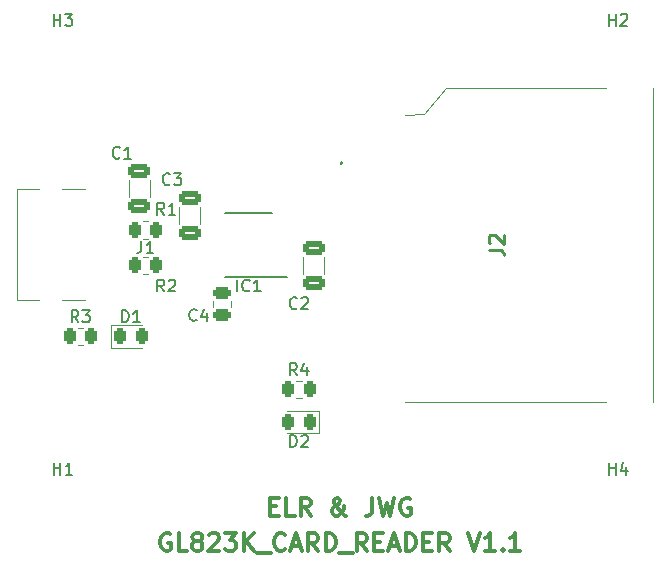
<source format=gto>
%TF.GenerationSoftware,KiCad,Pcbnew,(6.0.5)*%
%TF.CreationDate,2024-08-03T11:57:57+02:00*%
%TF.ProjectId,gl823k_card_reader,676c3832-336b-45f6-9361-72645f726561,rev?*%
%TF.SameCoordinates,Original*%
%TF.FileFunction,Legend,Top*%
%TF.FilePolarity,Positive*%
%FSLAX46Y46*%
G04 Gerber Fmt 4.6, Leading zero omitted, Abs format (unit mm)*
G04 Created by KiCad (PCBNEW (6.0.5)) date 2024-08-03 11:57:57*
%MOMM*%
%LPD*%
G01*
G04 APERTURE LIST*
G04 Aperture macros list*
%AMRoundRect*
0 Rectangle with rounded corners*
0 $1 Rounding radius*
0 $2 $3 $4 $5 $6 $7 $8 $9 X,Y pos of 4 corners*
0 Add a 4 corners polygon primitive as box body*
4,1,4,$2,$3,$4,$5,$6,$7,$8,$9,$2,$3,0*
0 Add four circle primitives for the rounded corners*
1,1,$1+$1,$2,$3*
1,1,$1+$1,$4,$5*
1,1,$1+$1,$6,$7*
1,1,$1+$1,$8,$9*
0 Add four rect primitives between the rounded corners*
20,1,$1+$1,$2,$3,$4,$5,0*
20,1,$1+$1,$4,$5,$6,$7,0*
20,1,$1+$1,$6,$7,$8,$9,0*
20,1,$1+$1,$8,$9,$2,$3,0*%
G04 Aperture macros list end*
%ADD10C,0.300000*%
%ADD11C,0.150000*%
%ADD12C,0.254000*%
%ADD13C,0.120000*%
%ADD14C,0.100000*%
%ADD15C,0.200000*%
%ADD16C,0.650000*%
%ADD17R,1.450000X0.600000*%
%ADD18R,1.450000X0.300000*%
%ADD19O,1.600000X1.000000*%
%ADD20O,2.100000X1.000000*%
%ADD21RoundRect,0.250000X-0.262500X-0.450000X0.262500X-0.450000X0.262500X0.450000X-0.262500X0.450000X0*%
%ADD22C,6.400000*%
%ADD23RoundRect,0.243750X-0.243750X-0.456250X0.243750X-0.456250X0.243750X0.456250X-0.243750X0.456250X0*%
%ADD24C,1.100000*%
%ADD25C,1.600000*%
%ADD26R,1.500000X1.000000*%
%ADD27R,1.500000X0.700000*%
%ADD28R,2.800000X1.500000*%
%ADD29RoundRect,0.243750X0.243750X0.456250X-0.243750X0.456250X-0.243750X-0.456250X0.243750X-0.456250X0*%
%ADD30RoundRect,0.250000X0.650000X-0.325000X0.650000X0.325000X-0.650000X0.325000X-0.650000X-0.325000X0*%
%ADD31R,1.200000X0.400000*%
%ADD32RoundRect,0.250000X-0.475000X0.250000X-0.475000X-0.250000X0.475000X-0.250000X0.475000X0.250000X0*%
%ADD33RoundRect,0.250000X-0.650000X0.325000X-0.650000X-0.325000X0.650000X-0.325000X0.650000X0.325000X0*%
G04 APERTURE END LIST*
D10*
X142571428Y-112642857D02*
X143071428Y-112642857D01*
X143285714Y-113428571D02*
X142571428Y-113428571D01*
X142571428Y-111928571D01*
X143285714Y-111928571D01*
X144642857Y-113428571D02*
X143928571Y-113428571D01*
X143928571Y-111928571D01*
X146000000Y-113428571D02*
X145500000Y-112714285D01*
X145142857Y-113428571D02*
X145142857Y-111928571D01*
X145714285Y-111928571D01*
X145857142Y-112000000D01*
X145928571Y-112071428D01*
X146000000Y-112214285D01*
X146000000Y-112428571D01*
X145928571Y-112571428D01*
X145857142Y-112642857D01*
X145714285Y-112714285D01*
X145142857Y-112714285D01*
X149000000Y-113428571D02*
X148928571Y-113428571D01*
X148785714Y-113357142D01*
X148571428Y-113142857D01*
X148214285Y-112714285D01*
X148071428Y-112500000D01*
X148000000Y-112285714D01*
X148000000Y-112142857D01*
X148071428Y-112000000D01*
X148214285Y-111928571D01*
X148285714Y-111928571D01*
X148428571Y-112000000D01*
X148500000Y-112142857D01*
X148500000Y-112214285D01*
X148428571Y-112357142D01*
X148357142Y-112428571D01*
X147928571Y-112714285D01*
X147857142Y-112785714D01*
X147785714Y-112928571D01*
X147785714Y-113142857D01*
X147857142Y-113285714D01*
X147928571Y-113357142D01*
X148071428Y-113428571D01*
X148285714Y-113428571D01*
X148428571Y-113357142D01*
X148500000Y-113285714D01*
X148714285Y-113000000D01*
X148785714Y-112785714D01*
X148785714Y-112642857D01*
X151214285Y-111928571D02*
X151214285Y-113000000D01*
X151142857Y-113214285D01*
X151000000Y-113357142D01*
X150785714Y-113428571D01*
X150642857Y-113428571D01*
X151785714Y-111928571D02*
X152142857Y-113428571D01*
X152428571Y-112357142D01*
X152714285Y-113428571D01*
X153071428Y-111928571D01*
X154428571Y-112000000D02*
X154285714Y-111928571D01*
X154071428Y-111928571D01*
X153857142Y-112000000D01*
X153714285Y-112142857D01*
X153642857Y-112285714D01*
X153571428Y-112571428D01*
X153571428Y-112785714D01*
X153642857Y-113071428D01*
X153714285Y-113214285D01*
X153857142Y-113357142D01*
X154071428Y-113428571D01*
X154214285Y-113428571D01*
X154428571Y-113357142D01*
X154500000Y-113285714D01*
X154500000Y-112785714D01*
X154214285Y-112785714D01*
X134107142Y-115000000D02*
X133964285Y-114928571D01*
X133750000Y-114928571D01*
X133535714Y-115000000D01*
X133392857Y-115142857D01*
X133321428Y-115285714D01*
X133250000Y-115571428D01*
X133250000Y-115785714D01*
X133321428Y-116071428D01*
X133392857Y-116214285D01*
X133535714Y-116357142D01*
X133750000Y-116428571D01*
X133892857Y-116428571D01*
X134107142Y-116357142D01*
X134178571Y-116285714D01*
X134178571Y-115785714D01*
X133892857Y-115785714D01*
X135535714Y-116428571D02*
X134821428Y-116428571D01*
X134821428Y-114928571D01*
X136250000Y-115571428D02*
X136107142Y-115500000D01*
X136035714Y-115428571D01*
X135964285Y-115285714D01*
X135964285Y-115214285D01*
X136035714Y-115071428D01*
X136107142Y-115000000D01*
X136250000Y-114928571D01*
X136535714Y-114928571D01*
X136678571Y-115000000D01*
X136750000Y-115071428D01*
X136821428Y-115214285D01*
X136821428Y-115285714D01*
X136750000Y-115428571D01*
X136678571Y-115500000D01*
X136535714Y-115571428D01*
X136250000Y-115571428D01*
X136107142Y-115642857D01*
X136035714Y-115714285D01*
X135964285Y-115857142D01*
X135964285Y-116142857D01*
X136035714Y-116285714D01*
X136107142Y-116357142D01*
X136250000Y-116428571D01*
X136535714Y-116428571D01*
X136678571Y-116357142D01*
X136750000Y-116285714D01*
X136821428Y-116142857D01*
X136821428Y-115857142D01*
X136750000Y-115714285D01*
X136678571Y-115642857D01*
X136535714Y-115571428D01*
X137392857Y-115071428D02*
X137464285Y-115000000D01*
X137607142Y-114928571D01*
X137964285Y-114928571D01*
X138107142Y-115000000D01*
X138178571Y-115071428D01*
X138250000Y-115214285D01*
X138250000Y-115357142D01*
X138178571Y-115571428D01*
X137321428Y-116428571D01*
X138250000Y-116428571D01*
X138750000Y-114928571D02*
X139678571Y-114928571D01*
X139178571Y-115500000D01*
X139392857Y-115500000D01*
X139535714Y-115571428D01*
X139607142Y-115642857D01*
X139678571Y-115785714D01*
X139678571Y-116142857D01*
X139607142Y-116285714D01*
X139535714Y-116357142D01*
X139392857Y-116428571D01*
X138964285Y-116428571D01*
X138821428Y-116357142D01*
X138750000Y-116285714D01*
X140321428Y-116428571D02*
X140321428Y-114928571D01*
X141178571Y-116428571D02*
X140535714Y-115571428D01*
X141178571Y-114928571D02*
X140321428Y-115785714D01*
X141464285Y-116571428D02*
X142607142Y-116571428D01*
X143821428Y-116285714D02*
X143750000Y-116357142D01*
X143535714Y-116428571D01*
X143392857Y-116428571D01*
X143178571Y-116357142D01*
X143035714Y-116214285D01*
X142964285Y-116071428D01*
X142892857Y-115785714D01*
X142892857Y-115571428D01*
X142964285Y-115285714D01*
X143035714Y-115142857D01*
X143178571Y-115000000D01*
X143392857Y-114928571D01*
X143535714Y-114928571D01*
X143750000Y-115000000D01*
X143821428Y-115071428D01*
X144392857Y-116000000D02*
X145107142Y-116000000D01*
X144250000Y-116428571D02*
X144750000Y-114928571D01*
X145250000Y-116428571D01*
X146607142Y-116428571D02*
X146107142Y-115714285D01*
X145750000Y-116428571D02*
X145750000Y-114928571D01*
X146321428Y-114928571D01*
X146464285Y-115000000D01*
X146535714Y-115071428D01*
X146607142Y-115214285D01*
X146607142Y-115428571D01*
X146535714Y-115571428D01*
X146464285Y-115642857D01*
X146321428Y-115714285D01*
X145750000Y-115714285D01*
X147250000Y-116428571D02*
X147250000Y-114928571D01*
X147607142Y-114928571D01*
X147821428Y-115000000D01*
X147964285Y-115142857D01*
X148035714Y-115285714D01*
X148107142Y-115571428D01*
X148107142Y-115785714D01*
X148035714Y-116071428D01*
X147964285Y-116214285D01*
X147821428Y-116357142D01*
X147607142Y-116428571D01*
X147250000Y-116428571D01*
X148392857Y-116571428D02*
X149535714Y-116571428D01*
X150750000Y-116428571D02*
X150250000Y-115714285D01*
X149892857Y-116428571D02*
X149892857Y-114928571D01*
X150464285Y-114928571D01*
X150607142Y-115000000D01*
X150678571Y-115071428D01*
X150750000Y-115214285D01*
X150750000Y-115428571D01*
X150678571Y-115571428D01*
X150607142Y-115642857D01*
X150464285Y-115714285D01*
X149892857Y-115714285D01*
X151392857Y-115642857D02*
X151892857Y-115642857D01*
X152107142Y-116428571D02*
X151392857Y-116428571D01*
X151392857Y-114928571D01*
X152107142Y-114928571D01*
X152678571Y-116000000D02*
X153392857Y-116000000D01*
X152535714Y-116428571D02*
X153035714Y-114928571D01*
X153535714Y-116428571D01*
X154035714Y-116428571D02*
X154035714Y-114928571D01*
X154392857Y-114928571D01*
X154607142Y-115000000D01*
X154750000Y-115142857D01*
X154821428Y-115285714D01*
X154892857Y-115571428D01*
X154892857Y-115785714D01*
X154821428Y-116071428D01*
X154750000Y-116214285D01*
X154607142Y-116357142D01*
X154392857Y-116428571D01*
X154035714Y-116428571D01*
X155535714Y-115642857D02*
X156035714Y-115642857D01*
X156250000Y-116428571D02*
X155535714Y-116428571D01*
X155535714Y-114928571D01*
X156250000Y-114928571D01*
X157750000Y-116428571D02*
X157250000Y-115714285D01*
X156892857Y-116428571D02*
X156892857Y-114928571D01*
X157464285Y-114928571D01*
X157607142Y-115000000D01*
X157678571Y-115071428D01*
X157750000Y-115214285D01*
X157750000Y-115428571D01*
X157678571Y-115571428D01*
X157607142Y-115642857D01*
X157464285Y-115714285D01*
X156892857Y-115714285D01*
X159321428Y-114928571D02*
X159821428Y-116428571D01*
X160321428Y-114928571D01*
X161607142Y-116428571D02*
X160750000Y-116428571D01*
X161178571Y-116428571D02*
X161178571Y-114928571D01*
X161035714Y-115142857D01*
X160892857Y-115285714D01*
X160750000Y-115357142D01*
X162250000Y-116285714D02*
X162321428Y-116357142D01*
X162250000Y-116428571D01*
X162178571Y-116357142D01*
X162250000Y-116285714D01*
X162250000Y-116428571D01*
X163750000Y-116428571D02*
X162892857Y-116428571D01*
X163321428Y-116428571D02*
X163321428Y-114928571D01*
X163178571Y-115142857D01*
X163035714Y-115285714D01*
X162892857Y-115357142D01*
D11*
%TO.C,J1*%
X131666666Y-90202380D02*
X131666666Y-90916666D01*
X131619047Y-91059523D01*
X131523809Y-91154761D01*
X131380952Y-91202380D01*
X131285714Y-91202380D01*
X132666666Y-91202380D02*
X132095238Y-91202380D01*
X132380952Y-91202380D02*
X132380952Y-90202380D01*
X132285714Y-90345238D01*
X132190476Y-90440476D01*
X132095238Y-90488095D01*
%TO.C,R4*%
X144833333Y-101552380D02*
X144500000Y-101076190D01*
X144261904Y-101552380D02*
X144261904Y-100552380D01*
X144642857Y-100552380D01*
X144738095Y-100600000D01*
X144785714Y-100647619D01*
X144833333Y-100742857D01*
X144833333Y-100885714D01*
X144785714Y-100980952D01*
X144738095Y-101028571D01*
X144642857Y-101076190D01*
X144261904Y-101076190D01*
X145690476Y-100885714D02*
X145690476Y-101552380D01*
X145452380Y-100504761D02*
X145214285Y-101219047D01*
X145833333Y-101219047D01*
%TO.C,R2*%
X133583333Y-94452380D02*
X133250000Y-93976190D01*
X133011904Y-94452380D02*
X133011904Y-93452380D01*
X133392857Y-93452380D01*
X133488095Y-93500000D01*
X133535714Y-93547619D01*
X133583333Y-93642857D01*
X133583333Y-93785714D01*
X133535714Y-93880952D01*
X133488095Y-93928571D01*
X133392857Y-93976190D01*
X133011904Y-93976190D01*
X133964285Y-93547619D02*
X134011904Y-93500000D01*
X134107142Y-93452380D01*
X134345238Y-93452380D01*
X134440476Y-93500000D01*
X134488095Y-93547619D01*
X134535714Y-93642857D01*
X134535714Y-93738095D01*
X134488095Y-93880952D01*
X133916666Y-94452380D01*
X134535714Y-94452380D01*
%TO.C,H4*%
X171238095Y-109952380D02*
X171238095Y-108952380D01*
X171238095Y-109428571D02*
X171809523Y-109428571D01*
X171809523Y-109952380D02*
X171809523Y-108952380D01*
X172714285Y-109285714D02*
X172714285Y-109952380D01*
X172476190Y-108904761D02*
X172238095Y-109619047D01*
X172857142Y-109619047D01*
%TO.C,D1*%
X130011904Y-97052380D02*
X130011904Y-96052380D01*
X130250000Y-96052380D01*
X130392857Y-96100000D01*
X130488095Y-96195238D01*
X130535714Y-96290476D01*
X130583333Y-96480952D01*
X130583333Y-96623809D01*
X130535714Y-96814285D01*
X130488095Y-96909523D01*
X130392857Y-97004761D01*
X130250000Y-97052380D01*
X130011904Y-97052380D01*
X131535714Y-97052380D02*
X130964285Y-97052380D01*
X131250000Y-97052380D02*
X131250000Y-96052380D01*
X131154761Y-96195238D01*
X131059523Y-96290476D01*
X130964285Y-96338095D01*
D12*
%TO.C,J2*%
X161054523Y-90923333D02*
X161961666Y-90923333D01*
X162143095Y-90983809D01*
X162264047Y-91104761D01*
X162324523Y-91286190D01*
X162324523Y-91407142D01*
X161175476Y-90379047D02*
X161115000Y-90318571D01*
X161054523Y-90197619D01*
X161054523Y-89895238D01*
X161115000Y-89774285D01*
X161175476Y-89713809D01*
X161296428Y-89653333D01*
X161417380Y-89653333D01*
X161598809Y-89713809D01*
X162324523Y-90439523D01*
X162324523Y-89653333D01*
D11*
%TO.C,H3*%
X124238095Y-71952380D02*
X124238095Y-70952380D01*
X124238095Y-71428571D02*
X124809523Y-71428571D01*
X124809523Y-71952380D02*
X124809523Y-70952380D01*
X125190476Y-70952380D02*
X125809523Y-70952380D01*
X125476190Y-71333333D01*
X125619047Y-71333333D01*
X125714285Y-71380952D01*
X125761904Y-71428571D01*
X125809523Y-71523809D01*
X125809523Y-71761904D01*
X125761904Y-71857142D01*
X125714285Y-71904761D01*
X125619047Y-71952380D01*
X125333333Y-71952380D01*
X125238095Y-71904761D01*
X125190476Y-71857142D01*
%TO.C,H2*%
X171238095Y-71952380D02*
X171238095Y-70952380D01*
X171238095Y-71428571D02*
X171809523Y-71428571D01*
X171809523Y-71952380D02*
X171809523Y-70952380D01*
X172238095Y-71047619D02*
X172285714Y-71000000D01*
X172380952Y-70952380D01*
X172619047Y-70952380D01*
X172714285Y-71000000D01*
X172761904Y-71047619D01*
X172809523Y-71142857D01*
X172809523Y-71238095D01*
X172761904Y-71380952D01*
X172190476Y-71952380D01*
X172809523Y-71952380D01*
%TO.C,D2*%
X144261904Y-107602380D02*
X144261904Y-106602380D01*
X144500000Y-106602380D01*
X144642857Y-106650000D01*
X144738095Y-106745238D01*
X144785714Y-106840476D01*
X144833333Y-107030952D01*
X144833333Y-107173809D01*
X144785714Y-107364285D01*
X144738095Y-107459523D01*
X144642857Y-107554761D01*
X144500000Y-107602380D01*
X144261904Y-107602380D01*
X145214285Y-106697619D02*
X145261904Y-106650000D01*
X145357142Y-106602380D01*
X145595238Y-106602380D01*
X145690476Y-106650000D01*
X145738095Y-106697619D01*
X145785714Y-106792857D01*
X145785714Y-106888095D01*
X145738095Y-107030952D01*
X145166666Y-107602380D01*
X145785714Y-107602380D01*
%TO.C,H1*%
X124238095Y-109952380D02*
X124238095Y-108952380D01*
X124238095Y-109428571D02*
X124809523Y-109428571D01*
X124809523Y-109952380D02*
X124809523Y-108952380D01*
X125809523Y-109952380D02*
X125238095Y-109952380D01*
X125523809Y-109952380D02*
X125523809Y-108952380D01*
X125428571Y-109095238D01*
X125333333Y-109190476D01*
X125238095Y-109238095D01*
%TO.C,C3*%
X134083333Y-85357142D02*
X134035714Y-85404761D01*
X133892857Y-85452380D01*
X133797619Y-85452380D01*
X133654761Y-85404761D01*
X133559523Y-85309523D01*
X133511904Y-85214285D01*
X133464285Y-85023809D01*
X133464285Y-84880952D01*
X133511904Y-84690476D01*
X133559523Y-84595238D01*
X133654761Y-84500000D01*
X133797619Y-84452380D01*
X133892857Y-84452380D01*
X134035714Y-84500000D01*
X134083333Y-84547619D01*
X134416666Y-84452380D02*
X135035714Y-84452380D01*
X134702380Y-84833333D01*
X134845238Y-84833333D01*
X134940476Y-84880952D01*
X134988095Y-84928571D01*
X135035714Y-85023809D01*
X135035714Y-85261904D01*
X134988095Y-85357142D01*
X134940476Y-85404761D01*
X134845238Y-85452380D01*
X134559523Y-85452380D01*
X134464285Y-85404761D01*
X134416666Y-85357142D01*
%TO.C,R1*%
X133583333Y-87952380D02*
X133250000Y-87476190D01*
X133011904Y-87952380D02*
X133011904Y-86952380D01*
X133392857Y-86952380D01*
X133488095Y-87000000D01*
X133535714Y-87047619D01*
X133583333Y-87142857D01*
X133583333Y-87285714D01*
X133535714Y-87380952D01*
X133488095Y-87428571D01*
X133392857Y-87476190D01*
X133011904Y-87476190D01*
X134535714Y-87952380D02*
X133964285Y-87952380D01*
X134250000Y-87952380D02*
X134250000Y-86952380D01*
X134154761Y-87095238D01*
X134059523Y-87190476D01*
X133964285Y-87238095D01*
%TO.C,C1*%
X129833333Y-83107142D02*
X129785714Y-83154761D01*
X129642857Y-83202380D01*
X129547619Y-83202380D01*
X129404761Y-83154761D01*
X129309523Y-83059523D01*
X129261904Y-82964285D01*
X129214285Y-82773809D01*
X129214285Y-82630952D01*
X129261904Y-82440476D01*
X129309523Y-82345238D01*
X129404761Y-82250000D01*
X129547619Y-82202380D01*
X129642857Y-82202380D01*
X129785714Y-82250000D01*
X129833333Y-82297619D01*
X130785714Y-83202380D02*
X130214285Y-83202380D01*
X130500000Y-83202380D02*
X130500000Y-82202380D01*
X130404761Y-82345238D01*
X130309523Y-82440476D01*
X130214285Y-82488095D01*
%TO.C,IC1*%
X139773809Y-94452380D02*
X139773809Y-93452380D01*
X140821428Y-94357142D02*
X140773809Y-94404761D01*
X140630952Y-94452380D01*
X140535714Y-94452380D01*
X140392857Y-94404761D01*
X140297619Y-94309523D01*
X140250000Y-94214285D01*
X140202380Y-94023809D01*
X140202380Y-93880952D01*
X140250000Y-93690476D01*
X140297619Y-93595238D01*
X140392857Y-93500000D01*
X140535714Y-93452380D01*
X140630952Y-93452380D01*
X140773809Y-93500000D01*
X140821428Y-93547619D01*
X141773809Y-94452380D02*
X141202380Y-94452380D01*
X141488095Y-94452380D02*
X141488095Y-93452380D01*
X141392857Y-93595238D01*
X141297619Y-93690476D01*
X141202380Y-93738095D01*
%TO.C,C4*%
X136333333Y-96857142D02*
X136285714Y-96904761D01*
X136142857Y-96952380D01*
X136047619Y-96952380D01*
X135904761Y-96904761D01*
X135809523Y-96809523D01*
X135761904Y-96714285D01*
X135714285Y-96523809D01*
X135714285Y-96380952D01*
X135761904Y-96190476D01*
X135809523Y-96095238D01*
X135904761Y-96000000D01*
X136047619Y-95952380D01*
X136142857Y-95952380D01*
X136285714Y-96000000D01*
X136333333Y-96047619D01*
X137190476Y-96285714D02*
X137190476Y-96952380D01*
X136952380Y-95904761D02*
X136714285Y-96619047D01*
X137333333Y-96619047D01*
%TO.C,C2*%
X144833333Y-95857142D02*
X144785714Y-95904761D01*
X144642857Y-95952380D01*
X144547619Y-95952380D01*
X144404761Y-95904761D01*
X144309523Y-95809523D01*
X144261904Y-95714285D01*
X144214285Y-95523809D01*
X144214285Y-95380952D01*
X144261904Y-95190476D01*
X144309523Y-95095238D01*
X144404761Y-95000000D01*
X144547619Y-94952380D01*
X144642857Y-94952380D01*
X144785714Y-95000000D01*
X144833333Y-95047619D01*
X145214285Y-95047619D02*
X145261904Y-95000000D01*
X145357142Y-94952380D01*
X145595238Y-94952380D01*
X145690476Y-95000000D01*
X145738095Y-95047619D01*
X145785714Y-95142857D01*
X145785714Y-95238095D01*
X145738095Y-95380952D01*
X145166666Y-95952380D01*
X145785714Y-95952380D01*
%TO.C,R3*%
X126333333Y-97052380D02*
X126000000Y-96576190D01*
X125761904Y-97052380D02*
X125761904Y-96052380D01*
X126142857Y-96052380D01*
X126238095Y-96100000D01*
X126285714Y-96147619D01*
X126333333Y-96242857D01*
X126333333Y-96385714D01*
X126285714Y-96480952D01*
X126238095Y-96528571D01*
X126142857Y-96576190D01*
X125761904Y-96576190D01*
X126666666Y-96052380D02*
X127285714Y-96052380D01*
X126952380Y-96433333D01*
X127095238Y-96433333D01*
X127190476Y-96480952D01*
X127238095Y-96528571D01*
X127285714Y-96623809D01*
X127285714Y-96861904D01*
X127238095Y-96957142D01*
X127190476Y-97004761D01*
X127095238Y-97052380D01*
X126809523Y-97052380D01*
X126714285Y-97004761D01*
X126666666Y-96957142D01*
D13*
%TO.C,J1*%
X121100000Y-85800000D02*
X121100000Y-95200000D01*
X123000000Y-95200000D02*
X121100000Y-95200000D01*
X126900000Y-95200000D02*
X124900000Y-95200000D01*
X126900000Y-85800000D02*
X124900000Y-85800000D01*
X123000000Y-85800000D02*
X121100000Y-85800000D01*
%TO.C,R4*%
X144772936Y-102015000D02*
X145227064Y-102015000D01*
X144772936Y-103485000D02*
X145227064Y-103485000D01*
%TO.C,R2*%
X131772936Y-91515000D02*
X132227064Y-91515000D01*
X131772936Y-92985000D02*
X132227064Y-92985000D01*
%TO.C,D1*%
X131750000Y-97290000D02*
X129065000Y-97290000D01*
X129065000Y-97290000D02*
X129065000Y-99210000D01*
X129065000Y-99210000D02*
X131750000Y-99210000D01*
D14*
%TO.C,J2*%
X157420000Y-77200000D02*
X155560000Y-79450000D01*
X155560000Y-79450000D02*
X154000000Y-79500000D01*
X154000000Y-103800000D02*
X171000000Y-103800000D01*
D15*
X148600000Y-83500000D02*
X148600000Y-83500000D01*
D14*
X171000000Y-77200000D02*
X157420000Y-77200000D01*
D15*
X148600000Y-83700000D02*
X148600000Y-83700000D01*
D14*
X175000000Y-103800000D02*
X175000000Y-77200000D01*
D15*
X148600000Y-83700000D02*
G75*
G03*
X148600000Y-83500000I0J100000D01*
G01*
X148600000Y-83500000D02*
G75*
G03*
X148600000Y-83700000I0J-100000D01*
G01*
D13*
%TO.C,D2*%
X146685000Y-106460000D02*
X146685000Y-104540000D01*
X144000000Y-106460000D02*
X146685000Y-106460000D01*
X146685000Y-104540000D02*
X144000000Y-104540000D01*
%TO.C,C3*%
X136660000Y-88711252D02*
X136660000Y-87288748D01*
X134840000Y-88711252D02*
X134840000Y-87288748D01*
%TO.C,R1*%
X131772936Y-88515000D02*
X132227064Y-88515000D01*
X131772936Y-89985000D02*
X132227064Y-89985000D01*
%TO.C,C1*%
X132410000Y-86461252D02*
X132410000Y-85038748D01*
X130590000Y-86461252D02*
X130590000Y-85038748D01*
D11*
%TO.C,IC1*%
X142750000Y-87825000D02*
X138750000Y-87825000D01*
X144025000Y-93225000D02*
X138750000Y-93225000D01*
D13*
%TO.C,C4*%
X139235000Y-95238748D02*
X139235000Y-95761252D01*
X137765000Y-95238748D02*
X137765000Y-95761252D01*
%TO.C,C2*%
X147160000Y-91538748D02*
X147160000Y-92961252D01*
X145340000Y-91538748D02*
X145340000Y-92961252D01*
%TO.C,R3*%
X126272936Y-97515000D02*
X126727064Y-97515000D01*
X126272936Y-98985000D02*
X126727064Y-98985000D01*
%TD*%
%LPC*%
D16*
%TO.C,J1*%
X127600000Y-93390000D03*
X127600000Y-87610000D03*
D17*
X129045000Y-87250000D03*
X129045000Y-88050000D03*
D18*
X129045000Y-89250000D03*
X129045000Y-90250000D03*
X129045000Y-90750000D03*
X129045000Y-91750000D03*
D17*
X129045000Y-92950000D03*
X129045000Y-93750000D03*
X129045000Y-93750000D03*
X129045000Y-92950000D03*
D18*
X129045000Y-92250000D03*
X129045000Y-91250000D03*
X129045000Y-89750000D03*
X129045000Y-88750000D03*
D17*
X129045000Y-88050000D03*
X129045000Y-87250000D03*
D19*
X123950000Y-94820000D03*
D20*
X128130000Y-86180000D03*
X128130000Y-94820000D03*
D19*
X123950000Y-86180000D03*
%TD*%
D21*
%TO.C,R4*%
X144087500Y-102750000D03*
X145912500Y-102750000D03*
%TD*%
%TO.C,R2*%
X131087500Y-92250000D03*
X132912500Y-92250000D03*
%TD*%
D22*
%TO.C,H4*%
X172000000Y-114000000D03*
%TD*%
D23*
%TO.C,D1*%
X129812500Y-98250000D03*
X131687500Y-98250000D03*
%TD*%
D24*
%TO.C,J2*%
X152600000Y-102000000D03*
D25*
X152600000Y-81000000D03*
D26*
X149800000Y-83625000D03*
X149800000Y-86125000D03*
X149800000Y-88625000D03*
X149800000Y-91125000D03*
X149800000Y-93625000D03*
X149800000Y-96125000D03*
X149800000Y-98555000D03*
X149800000Y-100255000D03*
X149800000Y-81125000D03*
D27*
X149800000Y-101555000D03*
X149800000Y-102755000D03*
D28*
X151600000Y-104150000D03*
X173100000Y-104150000D03*
X173100000Y-76850000D03*
X151600000Y-79050000D03*
%TD*%
D22*
%TO.C,H3*%
X125000000Y-67000000D03*
%TD*%
%TO.C,H2*%
X172000000Y-67000000D03*
%TD*%
D29*
%TO.C,D2*%
X145937500Y-105500000D03*
X144062500Y-105500000D03*
%TD*%
D22*
%TO.C,H1*%
X125000000Y-114000000D03*
%TD*%
D30*
%TO.C,C3*%
X135750000Y-89475000D03*
X135750000Y-86525000D03*
%TD*%
D21*
%TO.C,R1*%
X131087500Y-89250000D03*
X132912500Y-89250000D03*
%TD*%
D30*
%TO.C,C1*%
X131500000Y-87225000D03*
X131500000Y-84275000D03*
%TD*%
D31*
%TO.C,IC1*%
X143350000Y-92722500D03*
X143350000Y-92087500D03*
X143350000Y-91452500D03*
X143350000Y-90817500D03*
X143350000Y-90182500D03*
X143350000Y-89547500D03*
X143350000Y-88912500D03*
X143350000Y-88277500D03*
X138150000Y-88277500D03*
X138150000Y-88912500D03*
X138150000Y-89547500D03*
X138150000Y-90182500D03*
X138150000Y-90817500D03*
X138150000Y-91452500D03*
X138150000Y-92087500D03*
X138150000Y-92722500D03*
%TD*%
D32*
%TO.C,C4*%
X138500000Y-94550000D03*
X138500000Y-96450000D03*
%TD*%
D33*
%TO.C,C2*%
X146250000Y-90775000D03*
X146250000Y-93725000D03*
%TD*%
D21*
%TO.C,R3*%
X125587500Y-98250000D03*
X127412500Y-98250000D03*
%TD*%
M02*

</source>
